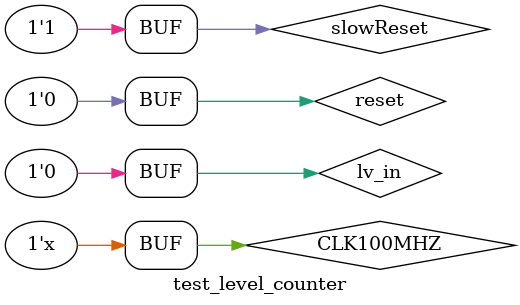
<source format=sv>
`timescale 1ns / 1ps 

module level_counter_dummy # (parameter count_max=8)(
    input   logic                       lv_in, CLK100MHZ, reset, slowReset,
    output  logic   [count_max-1:0]     hold_count
);

    ////// Conversor de 100MHz a 2Hz //////

    localparam DELAY_WIDTH = 36; // para pasar de 100MHz a 2Hz
    logic [DELAY_WIDTH-1:0] clk_counter = 'd0; //le epic contador

    logic clk_in, CLK2HZ;
    
    assign clk_in  = CLK100MHZ;

    always_ff @(posedge clk_in) begin //se pasea por los cantos de reloj
        if (reset) begin //reiniciar si hay reset
        
            clk_counter <= 'd0;
            CLK2HZ <= 0;
        end else if (clk_counter == 36'hfefe-1) begin

            clk_counter <= 'd0;
            CLK2HZ <= ~CLK2HZ; //invierte en vez de subir y bajar cada cierta cantidad de cantos de subida
        end else begin

            clk_counter <= clk_counter + 'd1;
            CLK2HZ <= CLK2HZ;
        end
        end

    ////// Counter //////
    

    nbit_counter#(.N(count_max)) counter_n_bit( //contador que coordina al mux y al decodificador 
         .clk(CLK2HZ),
         .reset(slowReset),
         .PB_in(lv_in),
         .count(hold_count)
         ); 
        
    // always_ff @(posedge CLK2HZ) begin

    //     if (reset) // reset lleva contador a cero
    //         hold_count <= 'd0; //contador se reinicia
    //     else 
    //         if (lv_in)
    //             hold_count <= hold_count+1; //sino, va sumando en cada canto positivo
    //         else
    //             hold_count <= hold_count;
                
    // end
        
    


endmodule


module test_level_counter();

logic CLK100MHZ, reset, slowReset, lv_in;
logic [7:0] hold_count;


level_counter_dummy
DUT(
    .lv_in(lv_in), 
    .CLK100MHZ(CLK100MHZ), 
    .reset(reset),
    .slowReset(slowReset),
    .hold_count(hold_count)
);
always #5 CLK100MHZ=~CLK100MHZ; //10ns: 100 MHz

    initial begin
        CLK100MHZ= 0;
        slowReset = 1;
        reset = 1;
        #60 reset = 0;
        #200000 slowReset = 0;
        lv_in = 1;
        #999990
        lv_in = 0;
        #999 slowReset = 1;
    end

endmodule
</source>
